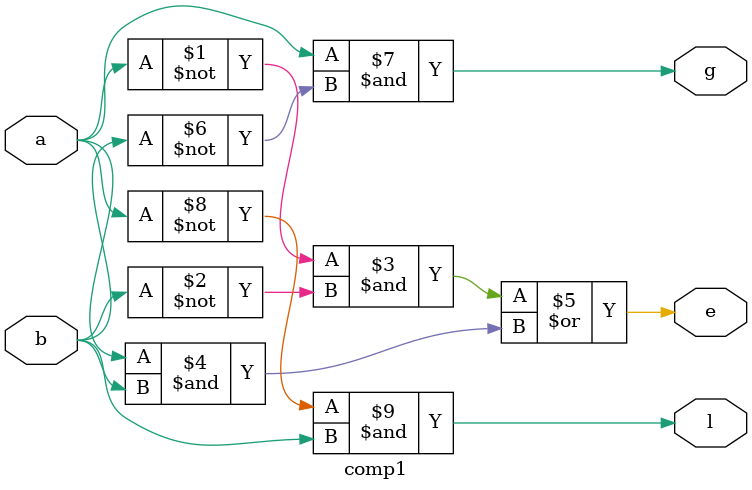
<source format=sv>
module comp1(a, b, g, e, l);
input logic a, b;
output logic g, e, l;
assign e = (((~a) & (~b)) | (a & b));
assign g = (a & (~b));
assign l = ((~a) & b);
endmodule
</source>
